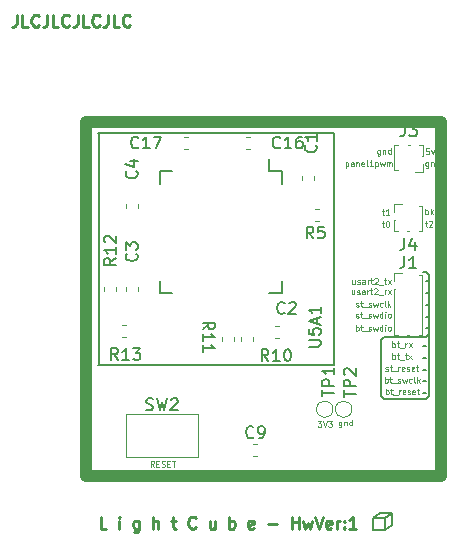
<source format=gbr>
G04 #@! TF.GenerationSoftware,KiCad,Pcbnew,5.0.2-bee76a0~70~ubuntu18.04.1*
G04 #@! TF.CreationDate,2020-07-11T19:39:15-07:00*
G04 #@! TF.ProjectId,light_thing_hw,6c696768-745f-4746-9869-6e675f68772e,rev?*
G04 #@! TF.SameCoordinates,Original*
G04 #@! TF.FileFunction,Legend,Top*
G04 #@! TF.FilePolarity,Positive*
%FSLAX46Y46*%
G04 Gerber Fmt 4.6, Leading zero omitted, Abs format (unit mm)*
G04 Created by KiCad (PCBNEW 5.0.2-bee76a0~70~ubuntu18.04.1) date Sat 11 Jul 2020 07:39:15 PM PDT*
%MOMM*%
%LPD*%
G01*
G04 APERTURE LIST*
%ADD10C,0.100000*%
%ADD11C,0.250000*%
%ADD12C,0.200000*%
%ADD13C,1.000000*%
%ADD14C,0.150000*%
%ADD15C,0.120000*%
G04 APERTURE END LIST*
D10*
X151114761Y-100642857D02*
X151114761Y-101047619D01*
X151090952Y-101095238D01*
X151067142Y-101119047D01*
X151019523Y-101142857D01*
X150948095Y-101142857D01*
X150900476Y-101119047D01*
X151114761Y-100952380D02*
X151067142Y-100976190D01*
X150971904Y-100976190D01*
X150924285Y-100952380D01*
X150900476Y-100928571D01*
X150876666Y-100880952D01*
X150876666Y-100738095D01*
X150900476Y-100690476D01*
X150924285Y-100666666D01*
X150971904Y-100642857D01*
X151067142Y-100642857D01*
X151114761Y-100666666D01*
X151352857Y-100642857D02*
X151352857Y-100976190D01*
X151352857Y-100690476D02*
X151376666Y-100666666D01*
X151424285Y-100642857D01*
X151495714Y-100642857D01*
X151543333Y-100666666D01*
X151567142Y-100714285D01*
X151567142Y-100976190D01*
X152019523Y-100976190D02*
X152019523Y-100476190D01*
X152019523Y-100952380D02*
X151971904Y-100976190D01*
X151876666Y-100976190D01*
X151829047Y-100952380D01*
X151805238Y-100928571D01*
X151781428Y-100880952D01*
X151781428Y-100738095D01*
X151805238Y-100690476D01*
X151829047Y-100666666D01*
X151876666Y-100642857D01*
X151971904Y-100642857D01*
X152019523Y-100666666D01*
X149090952Y-100596190D02*
X149400476Y-100596190D01*
X149233809Y-100786666D01*
X149305238Y-100786666D01*
X149352857Y-100810476D01*
X149376666Y-100834285D01*
X149400476Y-100881904D01*
X149400476Y-101000952D01*
X149376666Y-101048571D01*
X149352857Y-101072380D01*
X149305238Y-101096190D01*
X149162380Y-101096190D01*
X149114761Y-101072380D01*
X149090952Y-101048571D01*
X149543333Y-100596190D02*
X149710000Y-101096190D01*
X149876666Y-100596190D01*
X149995714Y-100596190D02*
X150305238Y-100596190D01*
X150138571Y-100786666D01*
X150210000Y-100786666D01*
X150257619Y-100810476D01*
X150281428Y-100834285D01*
X150305238Y-100881904D01*
X150305238Y-101000952D01*
X150281428Y-101048571D01*
X150257619Y-101072380D01*
X150210000Y-101096190D01*
X150067142Y-101096190D01*
X150019523Y-101072380D01*
X149995714Y-101048571D01*
D11*
X123630952Y-66202380D02*
X123630952Y-66916666D01*
X123583333Y-67059523D01*
X123488095Y-67154761D01*
X123345238Y-67202380D01*
X123250000Y-67202380D01*
X124583333Y-67202380D02*
X124107142Y-67202380D01*
X124107142Y-66202380D01*
X125488095Y-67107142D02*
X125440476Y-67154761D01*
X125297619Y-67202380D01*
X125202380Y-67202380D01*
X125059523Y-67154761D01*
X124964285Y-67059523D01*
X124916666Y-66964285D01*
X124869047Y-66773809D01*
X124869047Y-66630952D01*
X124916666Y-66440476D01*
X124964285Y-66345238D01*
X125059523Y-66250000D01*
X125202380Y-66202380D01*
X125297619Y-66202380D01*
X125440476Y-66250000D01*
X125488095Y-66297619D01*
X126202380Y-66202380D02*
X126202380Y-66916666D01*
X126154761Y-67059523D01*
X126059523Y-67154761D01*
X125916666Y-67202380D01*
X125821428Y-67202380D01*
X127154761Y-67202380D02*
X126678571Y-67202380D01*
X126678571Y-66202380D01*
X128059523Y-67107142D02*
X128011904Y-67154761D01*
X127869047Y-67202380D01*
X127773809Y-67202380D01*
X127630952Y-67154761D01*
X127535714Y-67059523D01*
X127488095Y-66964285D01*
X127440476Y-66773809D01*
X127440476Y-66630952D01*
X127488095Y-66440476D01*
X127535714Y-66345238D01*
X127630952Y-66250000D01*
X127773809Y-66202380D01*
X127869047Y-66202380D01*
X128011904Y-66250000D01*
X128059523Y-66297619D01*
X128773809Y-66202380D02*
X128773809Y-66916666D01*
X128726190Y-67059523D01*
X128630952Y-67154761D01*
X128488095Y-67202380D01*
X128392857Y-67202380D01*
X129726190Y-67202380D02*
X129250000Y-67202380D01*
X129250000Y-66202380D01*
X130630952Y-67107142D02*
X130583333Y-67154761D01*
X130440476Y-67202380D01*
X130345238Y-67202380D01*
X130202380Y-67154761D01*
X130107142Y-67059523D01*
X130059523Y-66964285D01*
X130011904Y-66773809D01*
X130011904Y-66630952D01*
X130059523Y-66440476D01*
X130107142Y-66345238D01*
X130202380Y-66250000D01*
X130345238Y-66202380D01*
X130440476Y-66202380D01*
X130583333Y-66250000D01*
X130630952Y-66297619D01*
X131345238Y-66202380D02*
X131345238Y-66916666D01*
X131297619Y-67059523D01*
X131202380Y-67154761D01*
X131059523Y-67202380D01*
X130964285Y-67202380D01*
X132297619Y-67202380D02*
X131821428Y-67202380D01*
X131821428Y-66202380D01*
X133202380Y-67107142D02*
X133154761Y-67154761D01*
X133011904Y-67202380D01*
X132916666Y-67202380D01*
X132773809Y-67154761D01*
X132678571Y-67059523D01*
X132630952Y-66964285D01*
X132583333Y-66773809D01*
X132583333Y-66630952D01*
X132630952Y-66440476D01*
X132678571Y-66345238D01*
X132773809Y-66250000D01*
X132916666Y-66202380D01*
X133011904Y-66202380D01*
X133154761Y-66250000D01*
X133202380Y-66297619D01*
D10*
X135233809Y-104476190D02*
X135067142Y-104238095D01*
X134948095Y-104476190D02*
X134948095Y-103976190D01*
X135138571Y-103976190D01*
X135186190Y-104000000D01*
X135210000Y-104023809D01*
X135233809Y-104071428D01*
X135233809Y-104142857D01*
X135210000Y-104190476D01*
X135186190Y-104214285D01*
X135138571Y-104238095D01*
X134948095Y-104238095D01*
X135448095Y-104214285D02*
X135614761Y-104214285D01*
X135686190Y-104476190D02*
X135448095Y-104476190D01*
X135448095Y-103976190D01*
X135686190Y-103976190D01*
X135876666Y-104452380D02*
X135948095Y-104476190D01*
X136067142Y-104476190D01*
X136114761Y-104452380D01*
X136138571Y-104428571D01*
X136162380Y-104380952D01*
X136162380Y-104333333D01*
X136138571Y-104285714D01*
X136114761Y-104261904D01*
X136067142Y-104238095D01*
X135971904Y-104214285D01*
X135924285Y-104190476D01*
X135900476Y-104166666D01*
X135876666Y-104119047D01*
X135876666Y-104071428D01*
X135900476Y-104023809D01*
X135924285Y-104000000D01*
X135971904Y-103976190D01*
X136090952Y-103976190D01*
X136162380Y-104000000D01*
X136376666Y-104214285D02*
X136543333Y-104214285D01*
X136614761Y-104476190D02*
X136376666Y-104476190D01*
X136376666Y-103976190D01*
X136614761Y-103976190D01*
X136757619Y-103976190D02*
X137043333Y-103976190D01*
X136900476Y-104476190D02*
X136900476Y-103976190D01*
D12*
X158250000Y-92750000D02*
X158500000Y-92750000D01*
X158250000Y-91750000D02*
X158500000Y-91750000D01*
X158250000Y-90750000D02*
X158500000Y-90750000D01*
X158250000Y-89750000D02*
X158500000Y-89750000D01*
X158250000Y-88750000D02*
X158500000Y-88750000D01*
X154500000Y-93750000D02*
X154750000Y-93500000D01*
X154500000Y-98500000D02*
X154500000Y-93750000D01*
X154750000Y-98750000D02*
X154500000Y-98500000D01*
X158250000Y-98250000D02*
X158000000Y-98250000D01*
X158250000Y-97250000D02*
X158000000Y-97250000D01*
X158250000Y-96250000D02*
X158000000Y-96250000D01*
X158250000Y-95250000D02*
X158000000Y-95250000D01*
X158250000Y-94250000D02*
X158000000Y-94250000D01*
X158250000Y-88000000D02*
X158000000Y-88000000D01*
X158250000Y-93500000D02*
X154750000Y-93500000D01*
X158250000Y-98750000D02*
X154750000Y-98750000D01*
X158500000Y-98500000D02*
X158250000Y-98750000D01*
D10*
X154880952Y-98346190D02*
X154880952Y-97846190D01*
X154880952Y-98036666D02*
X154928571Y-98012857D01*
X155023809Y-98012857D01*
X155071428Y-98036666D01*
X155095238Y-98060476D01*
X155119047Y-98108095D01*
X155119047Y-98250952D01*
X155095238Y-98298571D01*
X155071428Y-98322380D01*
X155023809Y-98346190D01*
X154928571Y-98346190D01*
X154880952Y-98322380D01*
X155261904Y-98012857D02*
X155452380Y-98012857D01*
X155333333Y-97846190D02*
X155333333Y-98274761D01*
X155357142Y-98322380D01*
X155404761Y-98346190D01*
X155452380Y-98346190D01*
X155500000Y-98393809D02*
X155880952Y-98393809D01*
X156000000Y-98346190D02*
X156000000Y-98012857D01*
X156000000Y-98108095D02*
X156023809Y-98060476D01*
X156047619Y-98036666D01*
X156095238Y-98012857D01*
X156142857Y-98012857D01*
X156500000Y-98322380D02*
X156452380Y-98346190D01*
X156357142Y-98346190D01*
X156309523Y-98322380D01*
X156285714Y-98274761D01*
X156285714Y-98084285D01*
X156309523Y-98036666D01*
X156357142Y-98012857D01*
X156452380Y-98012857D01*
X156500000Y-98036666D01*
X156523809Y-98084285D01*
X156523809Y-98131904D01*
X156285714Y-98179523D01*
X156714285Y-98322380D02*
X156761904Y-98346190D01*
X156857142Y-98346190D01*
X156904761Y-98322380D01*
X156928571Y-98274761D01*
X156928571Y-98250952D01*
X156904761Y-98203333D01*
X156857142Y-98179523D01*
X156785714Y-98179523D01*
X156738095Y-98155714D01*
X156714285Y-98108095D01*
X156714285Y-98084285D01*
X156738095Y-98036666D01*
X156785714Y-98012857D01*
X156857142Y-98012857D01*
X156904761Y-98036666D01*
X157333333Y-98322380D02*
X157285714Y-98346190D01*
X157190476Y-98346190D01*
X157142857Y-98322380D01*
X157119047Y-98274761D01*
X157119047Y-98084285D01*
X157142857Y-98036666D01*
X157190476Y-98012857D01*
X157285714Y-98012857D01*
X157333333Y-98036666D01*
X157357142Y-98084285D01*
X157357142Y-98131904D01*
X157119047Y-98179523D01*
X157500000Y-98012857D02*
X157690476Y-98012857D01*
X157571428Y-97846190D02*
X157571428Y-98274761D01*
X157595238Y-98322380D01*
X157642857Y-98346190D01*
X157690476Y-98346190D01*
X154797619Y-97346190D02*
X154797619Y-96846190D01*
X154797619Y-97036666D02*
X154845238Y-97012857D01*
X154940476Y-97012857D01*
X154988095Y-97036666D01*
X155011904Y-97060476D01*
X155035714Y-97108095D01*
X155035714Y-97250952D01*
X155011904Y-97298571D01*
X154988095Y-97322380D01*
X154940476Y-97346190D01*
X154845238Y-97346190D01*
X154797619Y-97322380D01*
X155178571Y-97012857D02*
X155369047Y-97012857D01*
X155250000Y-96846190D02*
X155250000Y-97274761D01*
X155273809Y-97322380D01*
X155321428Y-97346190D01*
X155369047Y-97346190D01*
X155416666Y-97393809D02*
X155797619Y-97393809D01*
X155892857Y-97322380D02*
X155940476Y-97346190D01*
X156035714Y-97346190D01*
X156083333Y-97322380D01*
X156107142Y-97274761D01*
X156107142Y-97250952D01*
X156083333Y-97203333D01*
X156035714Y-97179523D01*
X155964285Y-97179523D01*
X155916666Y-97155714D01*
X155892857Y-97108095D01*
X155892857Y-97084285D01*
X155916666Y-97036666D01*
X155964285Y-97012857D01*
X156035714Y-97012857D01*
X156083333Y-97036666D01*
X156273809Y-97012857D02*
X156369047Y-97346190D01*
X156464285Y-97108095D01*
X156559523Y-97346190D01*
X156654761Y-97012857D01*
X157059523Y-97322380D02*
X157011904Y-97346190D01*
X156916666Y-97346190D01*
X156869047Y-97322380D01*
X156845238Y-97298571D01*
X156821428Y-97250952D01*
X156821428Y-97108095D01*
X156845238Y-97060476D01*
X156869047Y-97036666D01*
X156916666Y-97012857D01*
X157011904Y-97012857D01*
X157059523Y-97036666D01*
X157345238Y-97346190D02*
X157297619Y-97322380D01*
X157273809Y-97274761D01*
X157273809Y-96846190D01*
X157535714Y-97346190D02*
X157535714Y-96846190D01*
X157583333Y-97155714D02*
X157726190Y-97346190D01*
X157726190Y-97012857D02*
X157535714Y-97203333D01*
X154840952Y-96322380D02*
X154888571Y-96346190D01*
X154983809Y-96346190D01*
X155031428Y-96322380D01*
X155055238Y-96274761D01*
X155055238Y-96250952D01*
X155031428Y-96203333D01*
X154983809Y-96179523D01*
X154912380Y-96179523D01*
X154864761Y-96155714D01*
X154840952Y-96108095D01*
X154840952Y-96084285D01*
X154864761Y-96036666D01*
X154912380Y-96012857D01*
X154983809Y-96012857D01*
X155031428Y-96036666D01*
X155198095Y-96012857D02*
X155388571Y-96012857D01*
X155269523Y-95846190D02*
X155269523Y-96274761D01*
X155293333Y-96322380D01*
X155340952Y-96346190D01*
X155388571Y-96346190D01*
X155436190Y-96393809D02*
X155817142Y-96393809D01*
X155936190Y-96346190D02*
X155936190Y-96012857D01*
X155936190Y-96108095D02*
X155960000Y-96060476D01*
X155983809Y-96036666D01*
X156031428Y-96012857D01*
X156079047Y-96012857D01*
X156436190Y-96322380D02*
X156388571Y-96346190D01*
X156293333Y-96346190D01*
X156245714Y-96322380D01*
X156221904Y-96274761D01*
X156221904Y-96084285D01*
X156245714Y-96036666D01*
X156293333Y-96012857D01*
X156388571Y-96012857D01*
X156436190Y-96036666D01*
X156460000Y-96084285D01*
X156460000Y-96131904D01*
X156221904Y-96179523D01*
X156650476Y-96322380D02*
X156698095Y-96346190D01*
X156793333Y-96346190D01*
X156840952Y-96322380D01*
X156864761Y-96274761D01*
X156864761Y-96250952D01*
X156840952Y-96203333D01*
X156793333Y-96179523D01*
X156721904Y-96179523D01*
X156674285Y-96155714D01*
X156650476Y-96108095D01*
X156650476Y-96084285D01*
X156674285Y-96036666D01*
X156721904Y-96012857D01*
X156793333Y-96012857D01*
X156840952Y-96036666D01*
X157269523Y-96322380D02*
X157221904Y-96346190D01*
X157126666Y-96346190D01*
X157079047Y-96322380D01*
X157055238Y-96274761D01*
X157055238Y-96084285D01*
X157079047Y-96036666D01*
X157126666Y-96012857D01*
X157221904Y-96012857D01*
X157269523Y-96036666D01*
X157293333Y-96084285D01*
X157293333Y-96131904D01*
X157055238Y-96179523D01*
X157436190Y-96012857D02*
X157626666Y-96012857D01*
X157507619Y-95846190D02*
X157507619Y-96274761D01*
X157531428Y-96322380D01*
X157579047Y-96346190D01*
X157626666Y-96346190D01*
X155424285Y-95346190D02*
X155424285Y-94846190D01*
X155424285Y-95036666D02*
X155471904Y-95012857D01*
X155567142Y-95012857D01*
X155614761Y-95036666D01*
X155638571Y-95060476D01*
X155662380Y-95108095D01*
X155662380Y-95250952D01*
X155638571Y-95298571D01*
X155614761Y-95322380D01*
X155567142Y-95346190D01*
X155471904Y-95346190D01*
X155424285Y-95322380D01*
X155805238Y-95012857D02*
X155995714Y-95012857D01*
X155876666Y-94846190D02*
X155876666Y-95274761D01*
X155900476Y-95322380D01*
X155948095Y-95346190D01*
X155995714Y-95346190D01*
X156043333Y-95393809D02*
X156424285Y-95393809D01*
X156471904Y-95012857D02*
X156662380Y-95012857D01*
X156543333Y-94846190D02*
X156543333Y-95274761D01*
X156567142Y-95322380D01*
X156614761Y-95346190D01*
X156662380Y-95346190D01*
X156781428Y-95346190D02*
X157043333Y-95012857D01*
X156781428Y-95012857D02*
X157043333Y-95346190D01*
X155412380Y-94346190D02*
X155412380Y-93846190D01*
X155412380Y-94036666D02*
X155460000Y-94012857D01*
X155555238Y-94012857D01*
X155602857Y-94036666D01*
X155626666Y-94060476D01*
X155650476Y-94108095D01*
X155650476Y-94250952D01*
X155626666Y-94298571D01*
X155602857Y-94322380D01*
X155555238Y-94346190D01*
X155460000Y-94346190D01*
X155412380Y-94322380D01*
X155793333Y-94012857D02*
X155983809Y-94012857D01*
X155864761Y-93846190D02*
X155864761Y-94274761D01*
X155888571Y-94322380D01*
X155936190Y-94346190D01*
X155983809Y-94346190D01*
X156031428Y-94393809D02*
X156412380Y-94393809D01*
X156531428Y-94346190D02*
X156531428Y-94012857D01*
X156531428Y-94108095D02*
X156555238Y-94060476D01*
X156579047Y-94036666D01*
X156626666Y-94012857D01*
X156674285Y-94012857D01*
X156793333Y-94346190D02*
X157055238Y-94012857D01*
X156793333Y-94012857D02*
X157055238Y-94346190D01*
D12*
X158500000Y-93250000D02*
X158500000Y-98500000D01*
X158500000Y-93250000D02*
X158250000Y-93500000D01*
X158500000Y-88250000D02*
X158500000Y-93250000D01*
X158250000Y-88000000D02*
X158500000Y-88250000D01*
D10*
X152323809Y-92956190D02*
X152323809Y-92456190D01*
X152323809Y-92646666D02*
X152371428Y-92622857D01*
X152466666Y-92622857D01*
X152514285Y-92646666D01*
X152538095Y-92670476D01*
X152561904Y-92718095D01*
X152561904Y-92860952D01*
X152538095Y-92908571D01*
X152514285Y-92932380D01*
X152466666Y-92956190D01*
X152371428Y-92956190D01*
X152323809Y-92932380D01*
X152704761Y-92622857D02*
X152895238Y-92622857D01*
X152776190Y-92456190D02*
X152776190Y-92884761D01*
X152800000Y-92932380D01*
X152847619Y-92956190D01*
X152895238Y-92956190D01*
X152942857Y-93003809D02*
X153323809Y-93003809D01*
X153419047Y-92932380D02*
X153466666Y-92956190D01*
X153561904Y-92956190D01*
X153609523Y-92932380D01*
X153633333Y-92884761D01*
X153633333Y-92860952D01*
X153609523Y-92813333D01*
X153561904Y-92789523D01*
X153490476Y-92789523D01*
X153442857Y-92765714D01*
X153419047Y-92718095D01*
X153419047Y-92694285D01*
X153442857Y-92646666D01*
X153490476Y-92622857D01*
X153561904Y-92622857D01*
X153609523Y-92646666D01*
X153800000Y-92622857D02*
X153895238Y-92956190D01*
X153990476Y-92718095D01*
X154085714Y-92956190D01*
X154180952Y-92622857D01*
X154585714Y-92956190D02*
X154585714Y-92456190D01*
X154585714Y-92932380D02*
X154538095Y-92956190D01*
X154442857Y-92956190D01*
X154395238Y-92932380D01*
X154371428Y-92908571D01*
X154347619Y-92860952D01*
X154347619Y-92718095D01*
X154371428Y-92670476D01*
X154395238Y-92646666D01*
X154442857Y-92622857D01*
X154538095Y-92622857D01*
X154585714Y-92646666D01*
X154823809Y-92956190D02*
X154823809Y-92622857D01*
X154823809Y-92456190D02*
X154800000Y-92480000D01*
X154823809Y-92503809D01*
X154847619Y-92480000D01*
X154823809Y-92456190D01*
X154823809Y-92503809D01*
X155133333Y-92956190D02*
X155085714Y-92932380D01*
X155061904Y-92908571D01*
X155038095Y-92860952D01*
X155038095Y-92718095D01*
X155061904Y-92670476D01*
X155085714Y-92646666D01*
X155133333Y-92622857D01*
X155204761Y-92622857D01*
X155252380Y-92646666D01*
X155276190Y-92670476D01*
X155300000Y-92718095D01*
X155300000Y-92860952D01*
X155276190Y-92908571D01*
X155252380Y-92932380D01*
X155204761Y-92956190D01*
X155133333Y-92956190D01*
X152343809Y-91832380D02*
X152391428Y-91856190D01*
X152486666Y-91856190D01*
X152534285Y-91832380D01*
X152558095Y-91784761D01*
X152558095Y-91760952D01*
X152534285Y-91713333D01*
X152486666Y-91689523D01*
X152415238Y-91689523D01*
X152367619Y-91665714D01*
X152343809Y-91618095D01*
X152343809Y-91594285D01*
X152367619Y-91546666D01*
X152415238Y-91522857D01*
X152486666Y-91522857D01*
X152534285Y-91546666D01*
X152700952Y-91522857D02*
X152891428Y-91522857D01*
X152772380Y-91356190D02*
X152772380Y-91784761D01*
X152796190Y-91832380D01*
X152843809Y-91856190D01*
X152891428Y-91856190D01*
X152939047Y-91903809D02*
X153320000Y-91903809D01*
X153415238Y-91832380D02*
X153462857Y-91856190D01*
X153558095Y-91856190D01*
X153605714Y-91832380D01*
X153629523Y-91784761D01*
X153629523Y-91760952D01*
X153605714Y-91713333D01*
X153558095Y-91689523D01*
X153486666Y-91689523D01*
X153439047Y-91665714D01*
X153415238Y-91618095D01*
X153415238Y-91594285D01*
X153439047Y-91546666D01*
X153486666Y-91522857D01*
X153558095Y-91522857D01*
X153605714Y-91546666D01*
X153796190Y-91522857D02*
X153891428Y-91856190D01*
X153986666Y-91618095D01*
X154081904Y-91856190D01*
X154177142Y-91522857D01*
X154581904Y-91856190D02*
X154581904Y-91356190D01*
X154581904Y-91832380D02*
X154534285Y-91856190D01*
X154439047Y-91856190D01*
X154391428Y-91832380D01*
X154367619Y-91808571D01*
X154343809Y-91760952D01*
X154343809Y-91618095D01*
X154367619Y-91570476D01*
X154391428Y-91546666D01*
X154439047Y-91522857D01*
X154534285Y-91522857D01*
X154581904Y-91546666D01*
X154820000Y-91856190D02*
X154820000Y-91522857D01*
X154820000Y-91356190D02*
X154796190Y-91380000D01*
X154820000Y-91403809D01*
X154843809Y-91380000D01*
X154820000Y-91356190D01*
X154820000Y-91403809D01*
X155129523Y-91856190D02*
X155081904Y-91832380D01*
X155058095Y-91808571D01*
X155034285Y-91760952D01*
X155034285Y-91618095D01*
X155058095Y-91570476D01*
X155081904Y-91546666D01*
X155129523Y-91522857D01*
X155200952Y-91522857D01*
X155248571Y-91546666D01*
X155272380Y-91570476D01*
X155296190Y-91618095D01*
X155296190Y-91760952D01*
X155272380Y-91808571D01*
X155248571Y-91832380D01*
X155200952Y-91856190D01*
X155129523Y-91856190D01*
X152357619Y-90892380D02*
X152405238Y-90916190D01*
X152500476Y-90916190D01*
X152548095Y-90892380D01*
X152571904Y-90844761D01*
X152571904Y-90820952D01*
X152548095Y-90773333D01*
X152500476Y-90749523D01*
X152429047Y-90749523D01*
X152381428Y-90725714D01*
X152357619Y-90678095D01*
X152357619Y-90654285D01*
X152381428Y-90606666D01*
X152429047Y-90582857D01*
X152500476Y-90582857D01*
X152548095Y-90606666D01*
X152714761Y-90582857D02*
X152905238Y-90582857D01*
X152786190Y-90416190D02*
X152786190Y-90844761D01*
X152810000Y-90892380D01*
X152857619Y-90916190D01*
X152905238Y-90916190D01*
X152952857Y-90963809D02*
X153333809Y-90963809D01*
X153429047Y-90892380D02*
X153476666Y-90916190D01*
X153571904Y-90916190D01*
X153619523Y-90892380D01*
X153643333Y-90844761D01*
X153643333Y-90820952D01*
X153619523Y-90773333D01*
X153571904Y-90749523D01*
X153500476Y-90749523D01*
X153452857Y-90725714D01*
X153429047Y-90678095D01*
X153429047Y-90654285D01*
X153452857Y-90606666D01*
X153500476Y-90582857D01*
X153571904Y-90582857D01*
X153619523Y-90606666D01*
X153810000Y-90582857D02*
X153905238Y-90916190D01*
X154000476Y-90678095D01*
X154095714Y-90916190D01*
X154190952Y-90582857D01*
X154595714Y-90892380D02*
X154548095Y-90916190D01*
X154452857Y-90916190D01*
X154405238Y-90892380D01*
X154381428Y-90868571D01*
X154357619Y-90820952D01*
X154357619Y-90678095D01*
X154381428Y-90630476D01*
X154405238Y-90606666D01*
X154452857Y-90582857D01*
X154548095Y-90582857D01*
X154595714Y-90606666D01*
X154881428Y-90916190D02*
X154833809Y-90892380D01*
X154810000Y-90844761D01*
X154810000Y-90416190D01*
X155071904Y-90916190D02*
X155071904Y-90416190D01*
X155119523Y-90725714D02*
X155262380Y-90916190D01*
X155262380Y-90582857D02*
X155071904Y-90773333D01*
X152215238Y-89542857D02*
X152215238Y-89876190D01*
X152000952Y-89542857D02*
X152000952Y-89804761D01*
X152024761Y-89852380D01*
X152072380Y-89876190D01*
X152143809Y-89876190D01*
X152191428Y-89852380D01*
X152215238Y-89828571D01*
X152429523Y-89852380D02*
X152477142Y-89876190D01*
X152572380Y-89876190D01*
X152620000Y-89852380D01*
X152643809Y-89804761D01*
X152643809Y-89780952D01*
X152620000Y-89733333D01*
X152572380Y-89709523D01*
X152500952Y-89709523D01*
X152453333Y-89685714D01*
X152429523Y-89638095D01*
X152429523Y-89614285D01*
X152453333Y-89566666D01*
X152500952Y-89542857D01*
X152572380Y-89542857D01*
X152620000Y-89566666D01*
X153072380Y-89876190D02*
X153072380Y-89614285D01*
X153048571Y-89566666D01*
X153000952Y-89542857D01*
X152905714Y-89542857D01*
X152858095Y-89566666D01*
X153072380Y-89852380D02*
X153024761Y-89876190D01*
X152905714Y-89876190D01*
X152858095Y-89852380D01*
X152834285Y-89804761D01*
X152834285Y-89757142D01*
X152858095Y-89709523D01*
X152905714Y-89685714D01*
X153024761Y-89685714D01*
X153072380Y-89661904D01*
X153310476Y-89876190D02*
X153310476Y-89542857D01*
X153310476Y-89638095D02*
X153334285Y-89590476D01*
X153358095Y-89566666D01*
X153405714Y-89542857D01*
X153453333Y-89542857D01*
X153548571Y-89542857D02*
X153739047Y-89542857D01*
X153620000Y-89376190D02*
X153620000Y-89804761D01*
X153643809Y-89852380D01*
X153691428Y-89876190D01*
X153739047Y-89876190D01*
X153881904Y-89423809D02*
X153905714Y-89400000D01*
X153953333Y-89376190D01*
X154072380Y-89376190D01*
X154120000Y-89400000D01*
X154143809Y-89423809D01*
X154167619Y-89471428D01*
X154167619Y-89519047D01*
X154143809Y-89590476D01*
X153858095Y-89876190D01*
X154167619Y-89876190D01*
X154262857Y-89923809D02*
X154643809Y-89923809D01*
X154762857Y-89876190D02*
X154762857Y-89542857D01*
X154762857Y-89638095D02*
X154786666Y-89590476D01*
X154810476Y-89566666D01*
X154858095Y-89542857D01*
X154905714Y-89542857D01*
X155024761Y-89876190D02*
X155286666Y-89542857D01*
X155024761Y-89542857D02*
X155286666Y-89876190D01*
X152237142Y-88662857D02*
X152237142Y-88996190D01*
X152022857Y-88662857D02*
X152022857Y-88924761D01*
X152046666Y-88972380D01*
X152094285Y-88996190D01*
X152165714Y-88996190D01*
X152213333Y-88972380D01*
X152237142Y-88948571D01*
X152451428Y-88972380D02*
X152499047Y-88996190D01*
X152594285Y-88996190D01*
X152641904Y-88972380D01*
X152665714Y-88924761D01*
X152665714Y-88900952D01*
X152641904Y-88853333D01*
X152594285Y-88829523D01*
X152522857Y-88829523D01*
X152475238Y-88805714D01*
X152451428Y-88758095D01*
X152451428Y-88734285D01*
X152475238Y-88686666D01*
X152522857Y-88662857D01*
X152594285Y-88662857D01*
X152641904Y-88686666D01*
X153094285Y-88996190D02*
X153094285Y-88734285D01*
X153070476Y-88686666D01*
X153022857Y-88662857D01*
X152927619Y-88662857D01*
X152880000Y-88686666D01*
X153094285Y-88972380D02*
X153046666Y-88996190D01*
X152927619Y-88996190D01*
X152880000Y-88972380D01*
X152856190Y-88924761D01*
X152856190Y-88877142D01*
X152880000Y-88829523D01*
X152927619Y-88805714D01*
X153046666Y-88805714D01*
X153094285Y-88781904D01*
X153332380Y-88996190D02*
X153332380Y-88662857D01*
X153332380Y-88758095D02*
X153356190Y-88710476D01*
X153380000Y-88686666D01*
X153427619Y-88662857D01*
X153475238Y-88662857D01*
X153570476Y-88662857D02*
X153760952Y-88662857D01*
X153641904Y-88496190D02*
X153641904Y-88924761D01*
X153665714Y-88972380D01*
X153713333Y-88996190D01*
X153760952Y-88996190D01*
X153903809Y-88543809D02*
X153927619Y-88520000D01*
X153975238Y-88496190D01*
X154094285Y-88496190D01*
X154141904Y-88520000D01*
X154165714Y-88543809D01*
X154189523Y-88591428D01*
X154189523Y-88639047D01*
X154165714Y-88710476D01*
X153880000Y-88996190D01*
X154189523Y-88996190D01*
X154284761Y-89043809D02*
X154665714Y-89043809D01*
X154713333Y-88662857D02*
X154903809Y-88662857D01*
X154784761Y-88496190D02*
X154784761Y-88924761D01*
X154808571Y-88972380D01*
X154856190Y-88996190D01*
X154903809Y-88996190D01*
X155022857Y-88996190D02*
X155284761Y-88662857D01*
X155022857Y-88662857D02*
X155284761Y-88996190D01*
X158228095Y-83106190D02*
X158228095Y-82606190D01*
X158228095Y-82796666D02*
X158275714Y-82772857D01*
X158370952Y-82772857D01*
X158418571Y-82796666D01*
X158442380Y-82820476D01*
X158466190Y-82868095D01*
X158466190Y-83010952D01*
X158442380Y-83058571D01*
X158418571Y-83082380D01*
X158370952Y-83106190D01*
X158275714Y-83106190D01*
X158228095Y-83082380D01*
X158680476Y-83106190D02*
X158680476Y-82606190D01*
X158728095Y-82915714D02*
X158870952Y-83106190D01*
X158870952Y-82772857D02*
X158680476Y-82963333D01*
X159299523Y-82772857D02*
X159299523Y-83106190D01*
X159085238Y-82772857D02*
X159085238Y-83034761D01*
X159109047Y-83082380D01*
X159156666Y-83106190D01*
X159228095Y-83106190D01*
X159275714Y-83082380D01*
X159299523Y-83058571D01*
X159537619Y-82772857D02*
X159537619Y-83272857D01*
X159537619Y-82796666D02*
X159585238Y-82772857D01*
X159680476Y-82772857D01*
X159728095Y-82796666D01*
X159751904Y-82820476D01*
X159775714Y-82868095D01*
X159775714Y-83010952D01*
X159751904Y-83058571D01*
X159728095Y-83082380D01*
X159680476Y-83106190D01*
X159585238Y-83106190D01*
X159537619Y-83082380D01*
X158186666Y-83802857D02*
X158377142Y-83802857D01*
X158258095Y-83636190D02*
X158258095Y-84064761D01*
X158281904Y-84112380D01*
X158329523Y-84136190D01*
X158377142Y-84136190D01*
X158520000Y-83683809D02*
X158543809Y-83660000D01*
X158591428Y-83636190D01*
X158710476Y-83636190D01*
X158758095Y-83660000D01*
X158781904Y-83683809D01*
X158805714Y-83731428D01*
X158805714Y-83779047D01*
X158781904Y-83850476D01*
X158496190Y-84136190D01*
X158805714Y-84136190D01*
X154526666Y-83832857D02*
X154717142Y-83832857D01*
X154598095Y-83666190D02*
X154598095Y-84094761D01*
X154621904Y-84142380D01*
X154669523Y-84166190D01*
X154717142Y-84166190D01*
X154979047Y-83666190D02*
X155026666Y-83666190D01*
X155074285Y-83690000D01*
X155098095Y-83713809D01*
X155121904Y-83761428D01*
X155145714Y-83856666D01*
X155145714Y-83975714D01*
X155121904Y-84070952D01*
X155098095Y-84118571D01*
X155074285Y-84142380D01*
X155026666Y-84166190D01*
X154979047Y-84166190D01*
X154931428Y-84142380D01*
X154907619Y-84118571D01*
X154883809Y-84070952D01*
X154860000Y-83975714D01*
X154860000Y-83856666D01*
X154883809Y-83761428D01*
X154907619Y-83713809D01*
X154931428Y-83690000D01*
X154979047Y-83666190D01*
X154536666Y-82802857D02*
X154727142Y-82802857D01*
X154608095Y-82636190D02*
X154608095Y-83064761D01*
X154631904Y-83112380D01*
X154679523Y-83136190D01*
X154727142Y-83136190D01*
X155155714Y-83136190D02*
X154870000Y-83136190D01*
X155012857Y-83136190D02*
X155012857Y-82636190D01*
X154965238Y-82707619D01*
X154917619Y-82755238D01*
X154870000Y-82779047D01*
X158518571Y-77506190D02*
X158280476Y-77506190D01*
X158256666Y-77744285D01*
X158280476Y-77720476D01*
X158328095Y-77696666D01*
X158447142Y-77696666D01*
X158494761Y-77720476D01*
X158518571Y-77744285D01*
X158542380Y-77791904D01*
X158542380Y-77910952D01*
X158518571Y-77958571D01*
X158494761Y-77982380D01*
X158447142Y-78006190D01*
X158328095Y-78006190D01*
X158280476Y-77982380D01*
X158256666Y-77958571D01*
X158709047Y-77672857D02*
X158828095Y-78006190D01*
X158947142Y-77672857D01*
X158464761Y-78662857D02*
X158464761Y-79067619D01*
X158440952Y-79115238D01*
X158417142Y-79139047D01*
X158369523Y-79162857D01*
X158298095Y-79162857D01*
X158250476Y-79139047D01*
X158464761Y-78972380D02*
X158417142Y-78996190D01*
X158321904Y-78996190D01*
X158274285Y-78972380D01*
X158250476Y-78948571D01*
X158226666Y-78900952D01*
X158226666Y-78758095D01*
X158250476Y-78710476D01*
X158274285Y-78686666D01*
X158321904Y-78662857D01*
X158417142Y-78662857D01*
X158464761Y-78686666D01*
X158702857Y-78662857D02*
X158702857Y-78996190D01*
X158702857Y-78710476D02*
X158726666Y-78686666D01*
X158774285Y-78662857D01*
X158845714Y-78662857D01*
X158893333Y-78686666D01*
X158917142Y-78734285D01*
X158917142Y-78996190D01*
X159369523Y-78996190D02*
X159369523Y-78496190D01*
X159369523Y-78972380D02*
X159321904Y-78996190D01*
X159226666Y-78996190D01*
X159179047Y-78972380D01*
X159155238Y-78948571D01*
X159131428Y-78900952D01*
X159131428Y-78758095D01*
X159155238Y-78710476D01*
X159179047Y-78686666D01*
X159226666Y-78662857D01*
X159321904Y-78662857D01*
X159369523Y-78686666D01*
X151465714Y-78692857D02*
X151465714Y-79192857D01*
X151465714Y-78716666D02*
X151513333Y-78692857D01*
X151608571Y-78692857D01*
X151656190Y-78716666D01*
X151680000Y-78740476D01*
X151703809Y-78788095D01*
X151703809Y-78930952D01*
X151680000Y-78978571D01*
X151656190Y-79002380D01*
X151608571Y-79026190D01*
X151513333Y-79026190D01*
X151465714Y-79002380D01*
X152132380Y-79026190D02*
X152132380Y-78764285D01*
X152108571Y-78716666D01*
X152060952Y-78692857D01*
X151965714Y-78692857D01*
X151918095Y-78716666D01*
X152132380Y-79002380D02*
X152084761Y-79026190D01*
X151965714Y-79026190D01*
X151918095Y-79002380D01*
X151894285Y-78954761D01*
X151894285Y-78907142D01*
X151918095Y-78859523D01*
X151965714Y-78835714D01*
X152084761Y-78835714D01*
X152132380Y-78811904D01*
X152370476Y-78692857D02*
X152370476Y-79026190D01*
X152370476Y-78740476D02*
X152394285Y-78716666D01*
X152441904Y-78692857D01*
X152513333Y-78692857D01*
X152560952Y-78716666D01*
X152584761Y-78764285D01*
X152584761Y-79026190D01*
X153013333Y-79002380D02*
X152965714Y-79026190D01*
X152870476Y-79026190D01*
X152822857Y-79002380D01*
X152799047Y-78954761D01*
X152799047Y-78764285D01*
X152822857Y-78716666D01*
X152870476Y-78692857D01*
X152965714Y-78692857D01*
X153013333Y-78716666D01*
X153037142Y-78764285D01*
X153037142Y-78811904D01*
X152799047Y-78859523D01*
X153322857Y-79026190D02*
X153275238Y-79002380D01*
X153251428Y-78954761D01*
X153251428Y-78526190D01*
X153775238Y-79026190D02*
X153489523Y-79026190D01*
X153632380Y-79026190D02*
X153632380Y-78526190D01*
X153584761Y-78597619D01*
X153537142Y-78645238D01*
X153489523Y-78669047D01*
X153989523Y-78692857D02*
X153989523Y-79192857D01*
X153989523Y-78716666D02*
X154037142Y-78692857D01*
X154132380Y-78692857D01*
X154180000Y-78716666D01*
X154203809Y-78740476D01*
X154227619Y-78788095D01*
X154227619Y-78930952D01*
X154203809Y-78978571D01*
X154180000Y-79002380D01*
X154132380Y-79026190D01*
X154037142Y-79026190D01*
X153989523Y-79002380D01*
X154394285Y-78692857D02*
X154489523Y-79026190D01*
X154584761Y-78788095D01*
X154680000Y-79026190D01*
X154775238Y-78692857D01*
X154965714Y-79026190D02*
X154965714Y-78692857D01*
X154965714Y-78740476D02*
X154989523Y-78716666D01*
X155037142Y-78692857D01*
X155108571Y-78692857D01*
X155156190Y-78716666D01*
X155180000Y-78764285D01*
X155180000Y-79026190D01*
X155180000Y-78764285D02*
X155203809Y-78716666D01*
X155251428Y-78692857D01*
X155322857Y-78692857D01*
X155370476Y-78716666D01*
X155394285Y-78764285D01*
X155394285Y-79026190D01*
X154384761Y-77632857D02*
X154384761Y-78037619D01*
X154360952Y-78085238D01*
X154337142Y-78109047D01*
X154289523Y-78132857D01*
X154218095Y-78132857D01*
X154170476Y-78109047D01*
X154384761Y-77942380D02*
X154337142Y-77966190D01*
X154241904Y-77966190D01*
X154194285Y-77942380D01*
X154170476Y-77918571D01*
X154146666Y-77870952D01*
X154146666Y-77728095D01*
X154170476Y-77680476D01*
X154194285Y-77656666D01*
X154241904Y-77632857D01*
X154337142Y-77632857D01*
X154384761Y-77656666D01*
X154622857Y-77632857D02*
X154622857Y-77966190D01*
X154622857Y-77680476D02*
X154646666Y-77656666D01*
X154694285Y-77632857D01*
X154765714Y-77632857D01*
X154813333Y-77656666D01*
X154837142Y-77704285D01*
X154837142Y-77966190D01*
X155289523Y-77966190D02*
X155289523Y-77466190D01*
X155289523Y-77942380D02*
X155241904Y-77966190D01*
X155146666Y-77966190D01*
X155099047Y-77942380D01*
X155075238Y-77918571D01*
X155051428Y-77870952D01*
X155051428Y-77728095D01*
X155075238Y-77680476D01*
X155099047Y-77656666D01*
X155146666Y-77632857D01*
X155241904Y-77632857D01*
X155289523Y-77656666D01*
D12*
X130610000Y-76306000D02*
X130610000Y-95864000D01*
X150500000Y-95808000D02*
X150500000Y-76250000D01*
X150500000Y-76250000D02*
X130500000Y-76250000D01*
X130500000Y-95864000D02*
X150500000Y-95864000D01*
X154800000Y-108850000D02*
X155300000Y-108450000D01*
X155350000Y-109400000D02*
X154800000Y-109850000D01*
X155350000Y-108400000D02*
X155350000Y-109400000D01*
X154350000Y-108400000D02*
X155350000Y-108400000D01*
X153800000Y-108800000D02*
X154350000Y-108400000D01*
X154800000Y-109850000D02*
X153800000Y-109850000D01*
X154800000Y-108800000D02*
X154800000Y-109850000D01*
X153800000Y-108800000D02*
X154800000Y-108800000D01*
X153800000Y-109800000D02*
X153800000Y-108800000D01*
D11*
X131190476Y-109702380D02*
X130714285Y-109702380D01*
X130714285Y-108702380D01*
X132285714Y-109702380D02*
X132285714Y-109035714D01*
X132285714Y-108702380D02*
X132238095Y-108750000D01*
X132285714Y-108797619D01*
X132333333Y-108750000D01*
X132285714Y-108702380D01*
X132285714Y-108797619D01*
X133952380Y-109035714D02*
X133952380Y-109845238D01*
X133904761Y-109940476D01*
X133857142Y-109988095D01*
X133761904Y-110035714D01*
X133619047Y-110035714D01*
X133523809Y-109988095D01*
X133952380Y-109654761D02*
X133857142Y-109702380D01*
X133666666Y-109702380D01*
X133571428Y-109654761D01*
X133523809Y-109607142D01*
X133476190Y-109511904D01*
X133476190Y-109226190D01*
X133523809Y-109130952D01*
X133571428Y-109083333D01*
X133666666Y-109035714D01*
X133857142Y-109035714D01*
X133952380Y-109083333D01*
X135190476Y-109702380D02*
X135190476Y-108702380D01*
X135619047Y-109702380D02*
X135619047Y-109178571D01*
X135571428Y-109083333D01*
X135476190Y-109035714D01*
X135333333Y-109035714D01*
X135238095Y-109083333D01*
X135190476Y-109130952D01*
X136714285Y-109035714D02*
X137095238Y-109035714D01*
X136857142Y-108702380D02*
X136857142Y-109559523D01*
X136904761Y-109654761D01*
X137000000Y-109702380D01*
X137095238Y-109702380D01*
X138761904Y-109607142D02*
X138714285Y-109654761D01*
X138571428Y-109702380D01*
X138476190Y-109702380D01*
X138333333Y-109654761D01*
X138238095Y-109559523D01*
X138190476Y-109464285D01*
X138142857Y-109273809D01*
X138142857Y-109130952D01*
X138190476Y-108940476D01*
X138238095Y-108845238D01*
X138333333Y-108750000D01*
X138476190Y-108702380D01*
X138571428Y-108702380D01*
X138714285Y-108750000D01*
X138761904Y-108797619D01*
X140380952Y-109035714D02*
X140380952Y-109702380D01*
X139952380Y-109035714D02*
X139952380Y-109559523D01*
X140000000Y-109654761D01*
X140095238Y-109702380D01*
X140238095Y-109702380D01*
X140333333Y-109654761D01*
X140380952Y-109607142D01*
X141619047Y-109702380D02*
X141619047Y-108702380D01*
X141619047Y-109083333D02*
X141714285Y-109035714D01*
X141904761Y-109035714D01*
X142000000Y-109083333D01*
X142047619Y-109130952D01*
X142095238Y-109226190D01*
X142095238Y-109511904D01*
X142047619Y-109607142D01*
X142000000Y-109654761D01*
X141904761Y-109702380D01*
X141714285Y-109702380D01*
X141619047Y-109654761D01*
X143666666Y-109654761D02*
X143571428Y-109702380D01*
X143380952Y-109702380D01*
X143285714Y-109654761D01*
X143238095Y-109559523D01*
X143238095Y-109178571D01*
X143285714Y-109083333D01*
X143380952Y-109035714D01*
X143571428Y-109035714D01*
X143666666Y-109083333D01*
X143714285Y-109178571D01*
X143714285Y-109273809D01*
X143238095Y-109369047D01*
X144904761Y-109321428D02*
X145666666Y-109321428D01*
X146904761Y-109702380D02*
X146904761Y-108702380D01*
X146904761Y-109178571D02*
X147476190Y-109178571D01*
X147476190Y-109702380D02*
X147476190Y-108702380D01*
X147857142Y-109035714D02*
X148047619Y-109702380D01*
X148238095Y-109226190D01*
X148428571Y-109702380D01*
X148619047Y-109035714D01*
X148857142Y-108702380D02*
X149190476Y-109702380D01*
X149523809Y-108702380D01*
X150238095Y-109654761D02*
X150142857Y-109702380D01*
X149952380Y-109702380D01*
X149857142Y-109654761D01*
X149809523Y-109559523D01*
X149809523Y-109178571D01*
X149857142Y-109083333D01*
X149952380Y-109035714D01*
X150142857Y-109035714D01*
X150238095Y-109083333D01*
X150285714Y-109178571D01*
X150285714Y-109273809D01*
X149809523Y-109369047D01*
X150714285Y-109702380D02*
X150714285Y-109035714D01*
X150714285Y-109226190D02*
X150761904Y-109130952D01*
X150809523Y-109083333D01*
X150904761Y-109035714D01*
X151000000Y-109035714D01*
X151333333Y-109607142D02*
X151380952Y-109654761D01*
X151333333Y-109702380D01*
X151285714Y-109654761D01*
X151333333Y-109607142D01*
X151333333Y-109702380D01*
X151333333Y-109083333D02*
X151380952Y-109130952D01*
X151333333Y-109178571D01*
X151285714Y-109130952D01*
X151333333Y-109083333D01*
X151333333Y-109178571D01*
X152333333Y-109702380D02*
X151761904Y-109702380D01*
X152047619Y-109702380D02*
X152047619Y-108702380D01*
X151952380Y-108845238D01*
X151857142Y-108940476D01*
X151761904Y-108988095D01*
D13*
X159500000Y-105250000D02*
X159500000Y-75250000D01*
X129500000Y-105250000D02*
X159500000Y-105250000D01*
X129500000Y-75250000D02*
X129500000Y-105250000D01*
X159500000Y-75250000D02*
X129500000Y-75250000D01*
D14*
G04 #@! TO.C,U5A1*
X144989571Y-79448695D02*
X144989571Y-78423695D01*
X146064571Y-89798695D02*
X146064571Y-88723695D01*
X135714571Y-89798695D02*
X135714571Y-88723695D01*
X135714571Y-79448695D02*
X135714571Y-80523695D01*
X146064571Y-79448695D02*
X146064571Y-80523695D01*
X135714571Y-79448695D02*
X136789571Y-79448695D01*
X135714571Y-89798695D02*
X136789571Y-89798695D01*
X146064571Y-89798695D02*
X144989571Y-89798695D01*
X146064571Y-79448695D02*
X144989571Y-79448695D01*
D15*
G04 #@! TO.C,C1*
X147749571Y-80204962D02*
X147749571Y-79862428D01*
X148769571Y-80204962D02*
X148769571Y-79862428D01*
G04 #@! TO.C,C2*
X145519892Y-93573103D02*
X145862426Y-93573103D01*
X145519892Y-92553103D02*
X145862426Y-92553103D01*
G04 #@! TO.C,C3*
X133909571Y-89217428D02*
X133909571Y-89559962D01*
X132889571Y-89217428D02*
X132889571Y-89559962D01*
G04 #@! TO.C,C4*
X132889571Y-82217428D02*
X132889571Y-82559962D01*
X133909571Y-82217428D02*
X133909571Y-82559962D01*
G04 #@! TO.C,C9*
X143653733Y-103530000D02*
X143996267Y-103530000D01*
X143653733Y-102510000D02*
X143996267Y-102510000D01*
G04 #@! TO.C,C16*
X143362426Y-77573103D02*
X143019892Y-77573103D01*
X143362426Y-76553103D02*
X143019892Y-76553103D01*
G04 #@! TO.C,C17*
X138112426Y-76553103D02*
X137769892Y-76553103D01*
X138112426Y-77573103D02*
X137769892Y-77573103D01*
G04 #@! TO.C,J1*
X155554000Y-88067000D02*
X156264000Y-88067000D01*
X155554000Y-88752000D02*
X155554000Y-88067000D01*
X157658493Y-88192000D02*
X157974000Y-88192000D01*
X155554000Y-89437000D02*
X155655724Y-89437000D01*
X157974000Y-88192000D02*
X157974000Y-93312000D01*
X155554000Y-89437000D02*
X155554000Y-93312000D01*
X156658493Y-93312000D02*
X156869507Y-93312000D01*
X157658493Y-93312000D02*
X157974000Y-93312000D01*
X155554000Y-93312000D02*
X155869507Y-93312000D01*
G04 #@! TO.C,J3*
X158022740Y-77254132D02*
X157707233Y-77254132D01*
X155918247Y-77254132D02*
X155602740Y-77254132D01*
X156918247Y-77254132D02*
X156707233Y-77254132D01*
X158022740Y-78129132D02*
X158022740Y-77254132D01*
X155602740Y-79374132D02*
X155602740Y-77254132D01*
X158022740Y-78129132D02*
X157921016Y-78129132D01*
X155918247Y-79374132D02*
X155602740Y-79374132D01*
X158022740Y-78814132D02*
X158022740Y-79499132D01*
X158022740Y-79499132D02*
X157312740Y-79499132D01*
G04 #@! TO.C,J4*
X155554000Y-82225000D02*
X156264000Y-82225000D01*
X155554000Y-82910000D02*
X155554000Y-82225000D01*
X157658493Y-82350000D02*
X157974000Y-82350000D01*
X155554000Y-83595000D02*
X155655724Y-83595000D01*
X157974000Y-82350000D02*
X157974000Y-84470000D01*
X155554000Y-83595000D02*
X155554000Y-84470000D01*
X156658493Y-84470000D02*
X156869507Y-84470000D01*
X157658493Y-84470000D02*
X157974000Y-84470000D01*
X155554000Y-84470000D02*
X155869507Y-84470000D01*
G04 #@! TO.C,R5*
X148867733Y-83674000D02*
X149210267Y-83674000D01*
X148867733Y-82654000D02*
X149210267Y-82654000D01*
G04 #@! TO.C,R10*
X142599571Y-93799962D02*
X142599571Y-93457428D01*
X143619571Y-93799962D02*
X143619571Y-93457428D01*
G04 #@! TO.C,R11*
X140999571Y-93799962D02*
X140999571Y-93457428D01*
X142019571Y-93799962D02*
X142019571Y-93457428D01*
G04 #@! TO.C,R12*
X131021626Y-89553433D02*
X131021626Y-89210899D01*
X132041626Y-89553433D02*
X132041626Y-89210899D01*
G04 #@! TO.C,R13*
X132533304Y-92463695D02*
X132875838Y-92463695D01*
X132533304Y-93483695D02*
X132875838Y-93483695D01*
G04 #@! TO.C,SW2*
X132860000Y-99980000D02*
X138980000Y-99980000D01*
X138980000Y-99980000D02*
X138980000Y-103680000D01*
X138980000Y-103680000D02*
X132860000Y-103680000D01*
X132860000Y-103680000D02*
X132860000Y-99980000D01*
G04 #@! TO.C,TP1*
X150400000Y-99600000D02*
G75*
G03X150400000Y-99600000I-700000J0D01*
G01*
G04 #@! TO.C,TP2*
X152000000Y-99600000D02*
G75*
G03X152000000Y-99600000I-700000J0D01*
G01*
G04 #@! TO.C,U5A1*
D14*
X148341951Y-94290361D02*
X149151475Y-94290361D01*
X149246713Y-94242742D01*
X149294332Y-94195123D01*
X149341951Y-94099885D01*
X149341951Y-93909409D01*
X149294332Y-93814171D01*
X149246713Y-93766552D01*
X149151475Y-93718933D01*
X148341951Y-93718933D01*
X148341951Y-92766552D02*
X148341951Y-93242742D01*
X148818142Y-93290361D01*
X148770523Y-93242742D01*
X148722904Y-93147504D01*
X148722904Y-92909409D01*
X148770523Y-92814171D01*
X148818142Y-92766552D01*
X148913380Y-92718933D01*
X149151475Y-92718933D01*
X149246713Y-92766552D01*
X149294332Y-92814171D01*
X149341951Y-92909409D01*
X149341951Y-93147504D01*
X149294332Y-93242742D01*
X149246713Y-93290361D01*
X149056237Y-92337980D02*
X149056237Y-91861790D01*
X149341951Y-92433218D02*
X148341951Y-92099885D01*
X149341951Y-91766552D01*
X149341951Y-90909409D02*
X149341951Y-91480837D01*
X149341951Y-91195123D02*
X148341951Y-91195123D01*
X148484809Y-91290361D01*
X148580047Y-91385599D01*
X148627666Y-91480837D01*
G04 #@! TO.C,C1*
X148923301Y-77229769D02*
X148970920Y-77277388D01*
X149018539Y-77420245D01*
X149018539Y-77515483D01*
X148970920Y-77658341D01*
X148875682Y-77753579D01*
X148780444Y-77801198D01*
X148589968Y-77848817D01*
X148447111Y-77848817D01*
X148256635Y-77801198D01*
X148161397Y-77753579D01*
X148066159Y-77658341D01*
X148018539Y-77515483D01*
X148018539Y-77420245D01*
X148066159Y-77277388D01*
X148113778Y-77229769D01*
X149018539Y-76277388D02*
X149018539Y-76848817D01*
X149018539Y-76563103D02*
X148018539Y-76563103D01*
X148161397Y-76658341D01*
X148256635Y-76753579D01*
X148304254Y-76848817D01*
G04 #@! TO.C,C2*
X146294492Y-91420245D02*
X146246873Y-91467864D01*
X146104016Y-91515483D01*
X146008778Y-91515483D01*
X145865920Y-91467864D01*
X145770682Y-91372626D01*
X145723063Y-91277388D01*
X145675444Y-91086912D01*
X145675444Y-90944055D01*
X145723063Y-90753579D01*
X145770682Y-90658341D01*
X145865920Y-90563103D01*
X146008778Y-90515483D01*
X146104016Y-90515483D01*
X146246873Y-90563103D01*
X146294492Y-90610722D01*
X146675444Y-90610722D02*
X146723063Y-90563103D01*
X146818301Y-90515483D01*
X147056397Y-90515483D01*
X147151635Y-90563103D01*
X147199254Y-90610722D01*
X147246873Y-90705960D01*
X147246873Y-90801198D01*
X147199254Y-90944055D01*
X146627825Y-91515483D01*
X147246873Y-91515483D01*
G04 #@! TO.C,C3*
X133756713Y-86430361D02*
X133804332Y-86477980D01*
X133851951Y-86620837D01*
X133851951Y-86716075D01*
X133804332Y-86858933D01*
X133709094Y-86954171D01*
X133613856Y-87001790D01*
X133423380Y-87049409D01*
X133280523Y-87049409D01*
X133090047Y-87001790D01*
X132994809Y-86954171D01*
X132899571Y-86858933D01*
X132851951Y-86716075D01*
X132851951Y-86620837D01*
X132899571Y-86477980D01*
X132947190Y-86430361D01*
X132851951Y-86097028D02*
X132851951Y-85477980D01*
X133232904Y-85811314D01*
X133232904Y-85668456D01*
X133280523Y-85573218D01*
X133328142Y-85525599D01*
X133423380Y-85477980D01*
X133661475Y-85477980D01*
X133756713Y-85525599D01*
X133804332Y-85573218D01*
X133851951Y-85668456D01*
X133851951Y-85954171D01*
X133804332Y-86049409D01*
X133756713Y-86097028D01*
G04 #@! TO.C,C4*
X133756713Y-79430361D02*
X133804332Y-79477980D01*
X133851951Y-79620837D01*
X133851951Y-79716075D01*
X133804332Y-79858933D01*
X133709094Y-79954171D01*
X133613856Y-80001790D01*
X133423380Y-80049409D01*
X133280523Y-80049409D01*
X133090047Y-80001790D01*
X132994809Y-79954171D01*
X132899571Y-79858933D01*
X132851951Y-79716075D01*
X132851951Y-79620837D01*
X132899571Y-79477980D01*
X132947190Y-79430361D01*
X133185285Y-78573218D02*
X133851951Y-78573218D01*
X132804332Y-78811314D02*
X133518618Y-79049409D01*
X133518618Y-78430361D01*
G04 #@! TO.C,C9*
X143658333Y-101947142D02*
X143610714Y-101994761D01*
X143467857Y-102042380D01*
X143372619Y-102042380D01*
X143229761Y-101994761D01*
X143134523Y-101899523D01*
X143086904Y-101804285D01*
X143039285Y-101613809D01*
X143039285Y-101470952D01*
X143086904Y-101280476D01*
X143134523Y-101185238D01*
X143229761Y-101090000D01*
X143372619Y-101042380D01*
X143467857Y-101042380D01*
X143610714Y-101090000D01*
X143658333Y-101137619D01*
X144134523Y-102042380D02*
X144325000Y-102042380D01*
X144420238Y-101994761D01*
X144467857Y-101947142D01*
X144563095Y-101804285D01*
X144610714Y-101613809D01*
X144610714Y-101232857D01*
X144563095Y-101137619D01*
X144515476Y-101090000D01*
X144420238Y-101042380D01*
X144229761Y-101042380D01*
X144134523Y-101090000D01*
X144086904Y-101137619D01*
X144039285Y-101232857D01*
X144039285Y-101470952D01*
X144086904Y-101566190D01*
X144134523Y-101613809D01*
X144229761Y-101661428D01*
X144420238Y-101661428D01*
X144515476Y-101613809D01*
X144563095Y-101566190D01*
X144610714Y-101470952D01*
G04 #@! TO.C,C16*
X145923301Y-77420245D02*
X145875682Y-77467864D01*
X145732825Y-77515483D01*
X145637587Y-77515483D01*
X145494730Y-77467864D01*
X145399492Y-77372626D01*
X145351873Y-77277388D01*
X145304254Y-77086912D01*
X145304254Y-76944055D01*
X145351873Y-76753579D01*
X145399492Y-76658341D01*
X145494730Y-76563103D01*
X145637587Y-76515483D01*
X145732825Y-76515483D01*
X145875682Y-76563103D01*
X145923301Y-76610722D01*
X146875682Y-77515483D02*
X146304254Y-77515483D01*
X146589968Y-77515483D02*
X146589968Y-76515483D01*
X146494730Y-76658341D01*
X146399492Y-76753579D01*
X146304254Y-76801198D01*
X147732825Y-76515483D02*
X147542349Y-76515483D01*
X147447111Y-76563103D01*
X147399492Y-76610722D01*
X147304254Y-76753579D01*
X147256635Y-76944055D01*
X147256635Y-77325007D01*
X147304254Y-77420245D01*
X147351873Y-77467864D01*
X147447111Y-77515483D01*
X147637587Y-77515483D01*
X147732825Y-77467864D01*
X147780444Y-77420245D01*
X147828063Y-77325007D01*
X147828063Y-77086912D01*
X147780444Y-76991674D01*
X147732825Y-76944055D01*
X147637587Y-76896436D01*
X147447111Y-76896436D01*
X147351873Y-76944055D01*
X147304254Y-76991674D01*
X147256635Y-77086912D01*
G04 #@! TO.C,C17*
X133923301Y-77420245D02*
X133875682Y-77467864D01*
X133732825Y-77515483D01*
X133637587Y-77515483D01*
X133494730Y-77467864D01*
X133399492Y-77372626D01*
X133351873Y-77277388D01*
X133304254Y-77086912D01*
X133304254Y-76944055D01*
X133351873Y-76753579D01*
X133399492Y-76658341D01*
X133494730Y-76563103D01*
X133637587Y-76515483D01*
X133732825Y-76515483D01*
X133875682Y-76563103D01*
X133923301Y-76610722D01*
X134875682Y-77515483D02*
X134304254Y-77515483D01*
X134589968Y-77515483D02*
X134589968Y-76515483D01*
X134494730Y-76658341D01*
X134399492Y-76753579D01*
X134304254Y-76801198D01*
X135209016Y-76515483D02*
X135875682Y-76515483D01*
X135447111Y-77515483D01*
G04 #@! TO.C,J1*
X156430666Y-86644380D02*
X156430666Y-87358666D01*
X156383047Y-87501523D01*
X156287809Y-87596761D01*
X156144952Y-87644380D01*
X156049714Y-87644380D01*
X157430666Y-87644380D02*
X156859238Y-87644380D01*
X157144952Y-87644380D02*
X157144952Y-86644380D01*
X157049714Y-86787238D01*
X156954476Y-86882476D01*
X156859238Y-86930095D01*
G04 #@! TO.C,J3*
X156479406Y-75506512D02*
X156479406Y-76220798D01*
X156431787Y-76363655D01*
X156336549Y-76458893D01*
X156193692Y-76506512D01*
X156098454Y-76506512D01*
X156860359Y-75506512D02*
X157479406Y-75506512D01*
X157146073Y-75887465D01*
X157288930Y-75887465D01*
X157384168Y-75935084D01*
X157431787Y-75982703D01*
X157479406Y-76077941D01*
X157479406Y-76316036D01*
X157431787Y-76411274D01*
X157384168Y-76458893D01*
X157288930Y-76506512D01*
X157003216Y-76506512D01*
X156907978Y-76458893D01*
X156860359Y-76411274D01*
G04 #@! TO.C,J4*
X156430666Y-85122380D02*
X156430666Y-85836666D01*
X156383047Y-85979523D01*
X156287809Y-86074761D01*
X156144952Y-86122380D01*
X156049714Y-86122380D01*
X157335428Y-85455714D02*
X157335428Y-86122380D01*
X157097333Y-85074761D02*
X156859238Y-85789047D01*
X157478285Y-85789047D01*
G04 #@! TO.C,R5*
X148731333Y-85140380D02*
X148398000Y-84664190D01*
X148159904Y-85140380D02*
X148159904Y-84140380D01*
X148540857Y-84140380D01*
X148636095Y-84188000D01*
X148683714Y-84235619D01*
X148731333Y-84330857D01*
X148731333Y-84473714D01*
X148683714Y-84568952D01*
X148636095Y-84616571D01*
X148540857Y-84664190D01*
X148159904Y-84664190D01*
X149636095Y-84140380D02*
X149159904Y-84140380D01*
X149112285Y-84616571D01*
X149159904Y-84568952D01*
X149255142Y-84521333D01*
X149493238Y-84521333D01*
X149588476Y-84568952D01*
X149636095Y-84616571D01*
X149683714Y-84711809D01*
X149683714Y-84949904D01*
X149636095Y-85045142D01*
X149588476Y-85092761D01*
X149493238Y-85140380D01*
X149255142Y-85140380D01*
X149159904Y-85092761D01*
X149112285Y-85045142D01*
G04 #@! TO.C,R10*
X144923301Y-95515483D02*
X144589968Y-95039293D01*
X144351873Y-95515483D02*
X144351873Y-94515483D01*
X144732825Y-94515483D01*
X144828063Y-94563103D01*
X144875682Y-94610722D01*
X144923301Y-94705960D01*
X144923301Y-94848817D01*
X144875682Y-94944055D01*
X144828063Y-94991674D01*
X144732825Y-95039293D01*
X144351873Y-95039293D01*
X145875682Y-95515483D02*
X145304254Y-95515483D01*
X145589968Y-95515483D02*
X145589968Y-94515483D01*
X145494730Y-94658341D01*
X145399492Y-94753579D01*
X145304254Y-94801198D01*
X146494730Y-94515483D02*
X146589968Y-94515483D01*
X146685206Y-94563103D01*
X146732825Y-94610722D01*
X146780444Y-94705960D01*
X146828063Y-94896436D01*
X146828063Y-95134531D01*
X146780444Y-95325007D01*
X146732825Y-95420245D01*
X146685206Y-95467864D01*
X146589968Y-95515483D01*
X146494730Y-95515483D01*
X146399492Y-95467864D01*
X146351873Y-95420245D01*
X146304254Y-95325007D01*
X146256635Y-95134531D01*
X146256635Y-94896436D01*
X146304254Y-94705960D01*
X146351873Y-94610722D01*
X146399492Y-94563103D01*
X146494730Y-94515483D01*
G04 #@! TO.C,R11*
X139367190Y-92830837D02*
X139843380Y-92497504D01*
X139367190Y-92259409D02*
X140367190Y-92259409D01*
X140367190Y-92640361D01*
X140319571Y-92735599D01*
X140271951Y-92783218D01*
X140176713Y-92830837D01*
X140033856Y-92830837D01*
X139938618Y-92783218D01*
X139890999Y-92735599D01*
X139843380Y-92640361D01*
X139843380Y-92259409D01*
X139367190Y-93783218D02*
X139367190Y-93211790D01*
X139367190Y-93497504D02*
X140367190Y-93497504D01*
X140224332Y-93402266D01*
X140129094Y-93307028D01*
X140081475Y-93211790D01*
X139367190Y-94735599D02*
X139367190Y-94164171D01*
X139367190Y-94449885D02*
X140367190Y-94449885D01*
X140224332Y-94354647D01*
X140129094Y-94259409D01*
X140081475Y-94164171D01*
G04 #@! TO.C,R12*
X132021951Y-86806552D02*
X131545761Y-87139885D01*
X132021951Y-87377980D02*
X131021951Y-87377980D01*
X131021951Y-86997028D01*
X131069571Y-86901790D01*
X131117190Y-86854171D01*
X131212428Y-86806552D01*
X131355285Y-86806552D01*
X131450523Y-86854171D01*
X131498142Y-86901790D01*
X131545761Y-86997028D01*
X131545761Y-87377980D01*
X132021951Y-85854171D02*
X132021951Y-86425599D01*
X132021951Y-86139885D02*
X131021951Y-86139885D01*
X131164809Y-86235123D01*
X131260047Y-86330361D01*
X131307666Y-86425599D01*
X131117190Y-85473218D02*
X131069571Y-85425599D01*
X131021951Y-85330361D01*
X131021951Y-85092266D01*
X131069571Y-84997028D01*
X131117190Y-84949409D01*
X131212428Y-84901790D01*
X131307666Y-84901790D01*
X131450523Y-84949409D01*
X132021951Y-85520837D01*
X132021951Y-84901790D01*
G04 #@! TO.C,R13*
X132186713Y-95426075D02*
X131853380Y-94949885D01*
X131615285Y-95426075D02*
X131615285Y-94426075D01*
X131996237Y-94426075D01*
X132091475Y-94473695D01*
X132139094Y-94521314D01*
X132186713Y-94616552D01*
X132186713Y-94759409D01*
X132139094Y-94854647D01*
X132091475Y-94902266D01*
X131996237Y-94949885D01*
X131615285Y-94949885D01*
X133139094Y-95426075D02*
X132567666Y-95426075D01*
X132853380Y-95426075D02*
X132853380Y-94426075D01*
X132758142Y-94568933D01*
X132662904Y-94664171D01*
X132567666Y-94711790D01*
X133472428Y-94426075D02*
X134091475Y-94426075D01*
X133758142Y-94807028D01*
X133900999Y-94807028D01*
X133996237Y-94854647D01*
X134043856Y-94902266D01*
X134091475Y-94997504D01*
X134091475Y-95235599D01*
X134043856Y-95330837D01*
X133996237Y-95378456D01*
X133900999Y-95426075D01*
X133615285Y-95426075D01*
X133520047Y-95378456D01*
X133472428Y-95330837D01*
G04 #@! TO.C,SW2*
X134586666Y-99634761D02*
X134729523Y-99682380D01*
X134967619Y-99682380D01*
X135062857Y-99634761D01*
X135110476Y-99587142D01*
X135158095Y-99491904D01*
X135158095Y-99396666D01*
X135110476Y-99301428D01*
X135062857Y-99253809D01*
X134967619Y-99206190D01*
X134777142Y-99158571D01*
X134681904Y-99110952D01*
X134634285Y-99063333D01*
X134586666Y-98968095D01*
X134586666Y-98872857D01*
X134634285Y-98777619D01*
X134681904Y-98730000D01*
X134777142Y-98682380D01*
X135015238Y-98682380D01*
X135158095Y-98730000D01*
X135491428Y-98682380D02*
X135729523Y-99682380D01*
X135920000Y-98968095D01*
X136110476Y-99682380D01*
X136348571Y-98682380D01*
X136681904Y-98777619D02*
X136729523Y-98730000D01*
X136824761Y-98682380D01*
X137062857Y-98682380D01*
X137158095Y-98730000D01*
X137205714Y-98777619D01*
X137253333Y-98872857D01*
X137253333Y-98968095D01*
X137205714Y-99110952D01*
X136634285Y-99682380D01*
X137253333Y-99682380D01*
G04 #@! TO.C,TP1*
X149502380Y-98511904D02*
X149502380Y-97940476D01*
X150502380Y-98226190D02*
X149502380Y-98226190D01*
X150502380Y-97607142D02*
X149502380Y-97607142D01*
X149502380Y-97226190D01*
X149550000Y-97130952D01*
X149597619Y-97083333D01*
X149692857Y-97035714D01*
X149835714Y-97035714D01*
X149930952Y-97083333D01*
X149978571Y-97130952D01*
X150026190Y-97226190D01*
X150026190Y-97607142D01*
X150502380Y-96083333D02*
X150502380Y-96654761D01*
X150502380Y-96369047D02*
X149502380Y-96369047D01*
X149645238Y-96464285D01*
X149740476Y-96559523D01*
X149788095Y-96654761D01*
G04 #@! TO.C,TP2*
X151302380Y-98561904D02*
X151302380Y-97990476D01*
X152302380Y-98276190D02*
X151302380Y-98276190D01*
X152302380Y-97657142D02*
X151302380Y-97657142D01*
X151302380Y-97276190D01*
X151350000Y-97180952D01*
X151397619Y-97133333D01*
X151492857Y-97085714D01*
X151635714Y-97085714D01*
X151730952Y-97133333D01*
X151778571Y-97180952D01*
X151826190Y-97276190D01*
X151826190Y-97657142D01*
X151397619Y-96704761D02*
X151350000Y-96657142D01*
X151302380Y-96561904D01*
X151302380Y-96323809D01*
X151350000Y-96228571D01*
X151397619Y-96180952D01*
X151492857Y-96133333D01*
X151588095Y-96133333D01*
X151730952Y-96180952D01*
X152302380Y-96752380D01*
X152302380Y-96133333D01*
G04 #@! TD*
M02*

</source>
